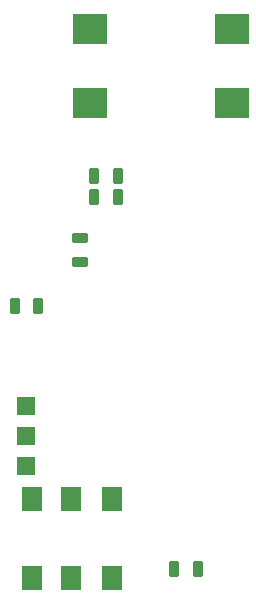
<source format=gtp>
G04 Layer_Color=8421504*
%FSLAX24Y24*%
%MOIN*%
G70*
G01*
G75*
%ADD10R,0.0600X0.0600*%
G04:AMPARAMS|DCode=11|XSize=51.2mil|YSize=31.5mil|CornerRadius=3.9mil|HoleSize=0mil|Usage=FLASHONLY|Rotation=90.000|XOffset=0mil|YOffset=0mil|HoleType=Round|Shape=RoundedRectangle|*
%AMROUNDEDRECTD11*
21,1,0.0512,0.0236,0,0,90.0*
21,1,0.0433,0.0315,0,0,90.0*
1,1,0.0079,0.0118,0.0217*
1,1,0.0079,0.0118,-0.0217*
1,1,0.0079,-0.0118,-0.0217*
1,1,0.0079,-0.0118,0.0217*
%
%ADD11ROUNDEDRECTD11*%
G04:AMPARAMS|DCode=12|XSize=51.2mil|YSize=31.5mil|CornerRadius=3.9mil|HoleSize=0mil|Usage=FLASHONLY|Rotation=0.000|XOffset=0mil|YOffset=0mil|HoleType=Round|Shape=RoundedRectangle|*
%AMROUNDEDRECTD12*
21,1,0.0512,0.0236,0,0,0.0*
21,1,0.0433,0.0315,0,0,0.0*
1,1,0.0079,0.0217,-0.0118*
1,1,0.0079,-0.0217,-0.0118*
1,1,0.0079,-0.0217,0.0118*
1,1,0.0079,0.0217,0.0118*
%
%ADD12ROUNDEDRECTD12*%
%ADD13R,0.0669X0.0787*%
%ADD14R,0.1181X0.0984*%
D10*
X46555Y15437D02*
D03*
Y16437D02*
D03*
Y17437D02*
D03*
D11*
X49606Y24409D02*
D03*
X48819D02*
D03*
X49606Y25098D02*
D03*
X48819D02*
D03*
X46161Y20768D02*
D03*
X46949D02*
D03*
X52264Y12008D02*
D03*
X51476D02*
D03*
D12*
X48327Y23031D02*
D03*
Y22244D02*
D03*
D13*
X46748Y14341D02*
D03*
X48028D02*
D03*
X49425D02*
D03*
Y11703D02*
D03*
X48028D02*
D03*
X46748D02*
D03*
D14*
X48688Y29986D02*
D03*
Y27545D02*
D03*
X53412D02*
D03*
Y29986D02*
D03*
M02*

</source>
